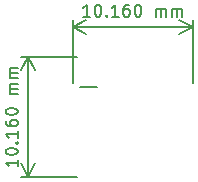
<source format=gbr>
G04 #@! TF.GenerationSoftware,KiCad,Pcbnew,5.1.4-e60b266~84~ubuntu18.04.1*
G04 #@! TF.CreationDate,2019-10-18T09:02:20-06:00*
G04 #@! TF.ProjectId,001,3030312e-6b69-4636-9164-5f7063625858,rev?*
G04 #@! TF.SameCoordinates,Original*
G04 #@! TF.FileFunction,Legend,Top*
G04 #@! TF.FilePolarity,Positive*
%FSLAX46Y46*%
G04 Gerber Fmt 4.6, Leading zero omitted, Abs format (unit mm)*
G04 Created by KiCad (PCBNEW 5.1.4-e60b266~84~ubuntu18.04.1) date 2019-10-18 09:02:20*
%MOMM*%
%LPD*%
G04 APERTURE LIST*
%ADD10C,0.152400*%
%ADD11C,0.200000*%
G04 APERTURE END LIST*
D10*
X146231428Y-91213819D02*
X145650857Y-91213819D01*
X145941142Y-91213819D02*
X145941142Y-90197819D01*
X145844380Y-90342961D01*
X145747619Y-90439723D01*
X145650857Y-90488104D01*
X146860380Y-90197819D02*
X146957142Y-90197819D01*
X147053904Y-90246200D01*
X147102285Y-90294580D01*
X147150666Y-90391342D01*
X147199047Y-90584866D01*
X147199047Y-90826771D01*
X147150666Y-91020295D01*
X147102285Y-91117057D01*
X147053904Y-91165438D01*
X146957142Y-91213819D01*
X146860380Y-91213819D01*
X146763619Y-91165438D01*
X146715238Y-91117057D01*
X146666857Y-91020295D01*
X146618476Y-90826771D01*
X146618476Y-90584866D01*
X146666857Y-90391342D01*
X146715238Y-90294580D01*
X146763619Y-90246200D01*
X146860380Y-90197819D01*
X147634476Y-91117057D02*
X147682857Y-91165438D01*
X147634476Y-91213819D01*
X147586095Y-91165438D01*
X147634476Y-91117057D01*
X147634476Y-91213819D01*
X148650476Y-91213819D02*
X148069904Y-91213819D01*
X148360190Y-91213819D02*
X148360190Y-90197819D01*
X148263428Y-90342961D01*
X148166666Y-90439723D01*
X148069904Y-90488104D01*
X149521333Y-90197819D02*
X149327809Y-90197819D01*
X149231047Y-90246200D01*
X149182666Y-90294580D01*
X149085904Y-90439723D01*
X149037523Y-90633247D01*
X149037523Y-91020295D01*
X149085904Y-91117057D01*
X149134285Y-91165438D01*
X149231047Y-91213819D01*
X149424571Y-91213819D01*
X149521333Y-91165438D01*
X149569714Y-91117057D01*
X149618095Y-91020295D01*
X149618095Y-90778390D01*
X149569714Y-90681628D01*
X149521333Y-90633247D01*
X149424571Y-90584866D01*
X149231047Y-90584866D01*
X149134285Y-90633247D01*
X149085904Y-90681628D01*
X149037523Y-90778390D01*
X150247047Y-90197819D02*
X150343809Y-90197819D01*
X150440571Y-90246200D01*
X150488952Y-90294580D01*
X150537333Y-90391342D01*
X150585714Y-90584866D01*
X150585714Y-90826771D01*
X150537333Y-91020295D01*
X150488952Y-91117057D01*
X150440571Y-91165438D01*
X150343809Y-91213819D01*
X150247047Y-91213819D01*
X150150285Y-91165438D01*
X150101904Y-91117057D01*
X150053523Y-91020295D01*
X150005142Y-90826771D01*
X150005142Y-90584866D01*
X150053523Y-90391342D01*
X150101904Y-90294580D01*
X150150285Y-90246200D01*
X150247047Y-90197819D01*
X151795238Y-91213819D02*
X151795238Y-90536485D01*
X151795238Y-90633247D02*
X151843619Y-90584866D01*
X151940380Y-90536485D01*
X152085523Y-90536485D01*
X152182285Y-90584866D01*
X152230666Y-90681628D01*
X152230666Y-91213819D01*
X152230666Y-90681628D02*
X152279047Y-90584866D01*
X152375809Y-90536485D01*
X152520952Y-90536485D01*
X152617714Y-90584866D01*
X152666095Y-90681628D01*
X152666095Y-91213819D01*
X153149904Y-91213819D02*
X153149904Y-90536485D01*
X153149904Y-90633247D02*
X153198285Y-90584866D01*
X153295047Y-90536485D01*
X153440190Y-90536485D01*
X153536952Y-90584866D01*
X153585333Y-90681628D01*
X153585333Y-91213819D01*
X153585333Y-90681628D02*
X153633714Y-90584866D01*
X153730476Y-90536485D01*
X153875619Y-90536485D01*
X153972380Y-90584866D01*
X154020761Y-90681628D01*
X154020761Y-91213819D01*
X144780000Y-92075000D02*
X154940000Y-92075000D01*
X144780000Y-96820000D02*
X144780000Y-91488579D01*
X154940000Y-96820000D02*
X154940000Y-91488579D01*
X154940000Y-92075000D02*
X153813496Y-92661421D01*
X154940000Y-92075000D02*
X153813496Y-91488579D01*
X144780000Y-92075000D02*
X145906504Y-92661421D01*
X144780000Y-92075000D02*
X145906504Y-91488579D01*
X140108819Y-103323571D02*
X140108819Y-103904142D01*
X140108819Y-103613857D02*
X139092819Y-103613857D01*
X139237961Y-103710619D01*
X139334723Y-103807380D01*
X139383104Y-103904142D01*
X139092819Y-102694619D02*
X139092819Y-102597857D01*
X139141200Y-102501095D01*
X139189580Y-102452714D01*
X139286342Y-102404333D01*
X139479866Y-102355952D01*
X139721771Y-102355952D01*
X139915295Y-102404333D01*
X140012057Y-102452714D01*
X140060438Y-102501095D01*
X140108819Y-102597857D01*
X140108819Y-102694619D01*
X140060438Y-102791380D01*
X140012057Y-102839761D01*
X139915295Y-102888142D01*
X139721771Y-102936523D01*
X139479866Y-102936523D01*
X139286342Y-102888142D01*
X139189580Y-102839761D01*
X139141200Y-102791380D01*
X139092819Y-102694619D01*
X140012057Y-101920523D02*
X140060438Y-101872142D01*
X140108819Y-101920523D01*
X140060438Y-101968904D01*
X140012057Y-101920523D01*
X140108819Y-101920523D01*
X140108819Y-100904523D02*
X140108819Y-101485095D01*
X140108819Y-101194809D02*
X139092819Y-101194809D01*
X139237961Y-101291571D01*
X139334723Y-101388333D01*
X139383104Y-101485095D01*
X139092819Y-100033666D02*
X139092819Y-100227190D01*
X139141200Y-100323952D01*
X139189580Y-100372333D01*
X139334723Y-100469095D01*
X139528247Y-100517476D01*
X139915295Y-100517476D01*
X140012057Y-100469095D01*
X140060438Y-100420714D01*
X140108819Y-100323952D01*
X140108819Y-100130428D01*
X140060438Y-100033666D01*
X140012057Y-99985285D01*
X139915295Y-99936904D01*
X139673390Y-99936904D01*
X139576628Y-99985285D01*
X139528247Y-100033666D01*
X139479866Y-100130428D01*
X139479866Y-100323952D01*
X139528247Y-100420714D01*
X139576628Y-100469095D01*
X139673390Y-100517476D01*
X139092819Y-99307952D02*
X139092819Y-99211190D01*
X139141200Y-99114428D01*
X139189580Y-99066047D01*
X139286342Y-99017666D01*
X139479866Y-98969285D01*
X139721771Y-98969285D01*
X139915295Y-99017666D01*
X140012057Y-99066047D01*
X140060438Y-99114428D01*
X140108819Y-99211190D01*
X140108819Y-99307952D01*
X140060438Y-99404714D01*
X140012057Y-99453095D01*
X139915295Y-99501476D01*
X139721771Y-99549857D01*
X139479866Y-99549857D01*
X139286342Y-99501476D01*
X139189580Y-99453095D01*
X139141200Y-99404714D01*
X139092819Y-99307952D01*
X140108819Y-97759761D02*
X139431485Y-97759761D01*
X139528247Y-97759761D02*
X139479866Y-97711380D01*
X139431485Y-97614619D01*
X139431485Y-97469476D01*
X139479866Y-97372714D01*
X139576628Y-97324333D01*
X140108819Y-97324333D01*
X139576628Y-97324333D02*
X139479866Y-97275952D01*
X139431485Y-97179190D01*
X139431485Y-97034047D01*
X139479866Y-96937285D01*
X139576628Y-96888904D01*
X140108819Y-96888904D01*
X140108819Y-96405095D02*
X139431485Y-96405095D01*
X139528247Y-96405095D02*
X139479866Y-96356714D01*
X139431485Y-96259952D01*
X139431485Y-96114809D01*
X139479866Y-96018047D01*
X139576628Y-95969666D01*
X140108819Y-95969666D01*
X139576628Y-95969666D02*
X139479866Y-95921285D01*
X139431485Y-95824523D01*
X139431485Y-95679380D01*
X139479866Y-95582619D01*
X139576628Y-95534238D01*
X140108819Y-95534238D01*
X140970000Y-104775000D02*
X140970000Y-94615000D01*
X145110000Y-104775000D02*
X140383579Y-104775000D01*
X145110000Y-94615000D02*
X140383579Y-94615000D01*
X140970000Y-94615000D02*
X141556421Y-95741504D01*
X140970000Y-94615000D02*
X140383579Y-95741504D01*
X140970000Y-104775000D02*
X141556421Y-103648496D01*
X140970000Y-104775000D02*
X140383579Y-103648496D01*
D11*
X145360000Y-97140000D02*
X146860000Y-97140000D01*
M02*

</source>
